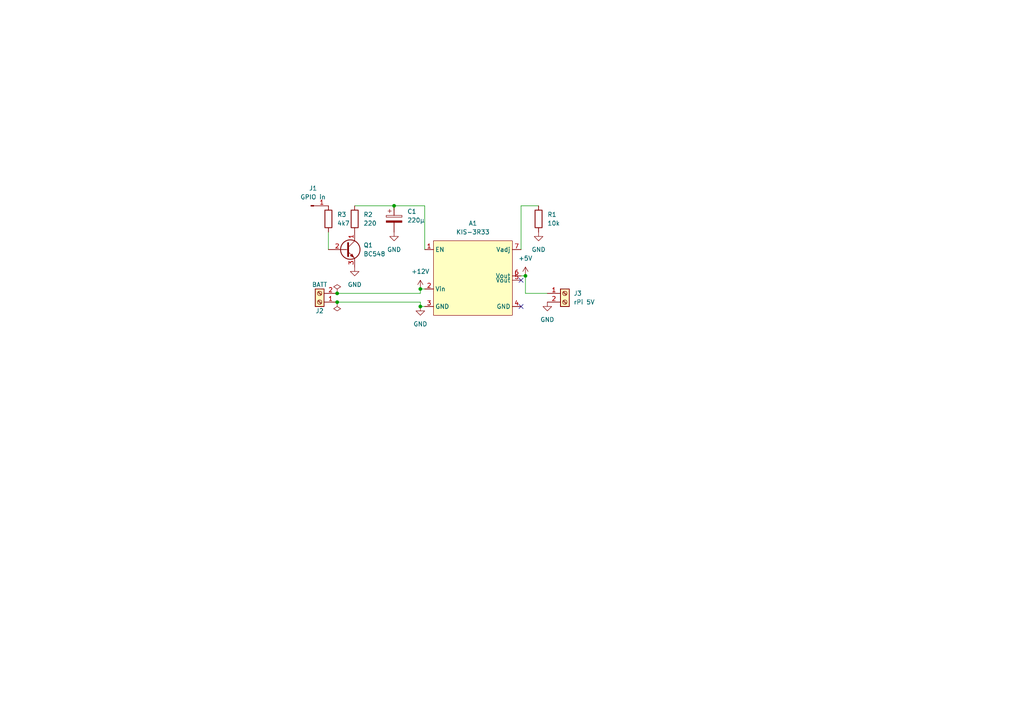
<source format=kicad_sch>
(kicad_sch (version 20211123) (generator eeschema)
  (paper "A4")
  (lib_symbols
    (symbol "Connector:Conn_01x01_Male" (pin_names (offset 1.016) hide)
      (property "Reference" "J" (at 0 2.54 0))
      (property "Value" "Conn_01x01_Male" (at 0 -2.54 0))
      (symbol "Conn_01x01_Male_1_1"
        (polyline (pts (xy 1.27 0) (xy 0.8636 0)) (stroke (width 0.1524)))
        (rectangle (start 0.8636 0.127) (end 0 -0.127) (stroke (width 0.1524)) (fill (type outline)))
        (pin passive line (at 5.08 0 180) (length 3.81) (name "Pin_1") (number "1"))
      )
    )
    (symbol "Connector:Screw_Terminal_01x02" (pin_names (offset 1.016) hide)
      (property "Reference" "J" (at 0 2.54 0))
      (property "Value" "Screw_Terminal_01x02" (at 0 -5.08 0))
      (symbol "Screw_Terminal_01x02_1_1"
        (rectangle (start -1.27 1.27) (end 1.27 -3.81) (stroke (width 0.254)) (fill (type background)))
        (circle (center 0 -2.54) (radius 0.635) (stroke (width 0.1524)))
        (polyline (pts (xy -0.5334 -2.2098) (xy 0.3302 -3.048)) (stroke (width 0.1524)))
        (polyline (pts (xy -0.5334 0.3302) (xy 0.3302 -0.508)) (stroke (width 0.1524)))
        (polyline (pts (xy -0.3556 -2.032) (xy 0.508 -2.8702)) (stroke (width 0.1524)))
        (polyline (pts (xy -0.3556 0.508) (xy 0.508 -0.3302)) (stroke (width 0.1524)))
        (circle (center 0 0) (radius 0.635) (stroke (width 0.1524)))
        (pin passive line (at -5.08 0 0) (length 3.81) (name "Pin_1") (number "1"))
        (pin passive line (at -5.08 -2.54 0) (length 3.81) (name "Pin_2") (number "2"))
      )
    )
    (symbol "Device:C_Polarized" (pin_numbers hide) (pin_names (offset 0.254))
      (property "Reference" "C" (at 0.635 2.54 0))
      (property "Value" "C_Polarized" (at 0.635 -2.54 0))
      (symbol "C_Polarized_0_1"
        (rectangle (start -2.286 0.508) (end 2.286 1.016))
        (polyline (pts (xy -1.778 2.286) (xy -0.762 2.286)))
        (polyline (pts (xy -1.27 2.794) (xy -1.27 1.778)))
        (rectangle (start 2.286 -0.508) (end -2.286 -1.016) (fill (type outline)))
      )
      (symbol "C_Polarized_1_1"
        (pin passive line (at 0 3.81 270) (length 2.794) (name "~") (number "1"))
        (pin passive line (at 0 -3.81 90) (length 2.794) (name "~") (number "2"))
      )
    )
    (symbol "Device:R" (pin_numbers hide) (pin_names (offset 0))
      (property "Reference" "R" (at 2.032 0 90))
      (property "Value" "R" (at 0 0 90))
      (symbol "R_0_1"
        (rectangle (start -1.016 -2.54) (end 1.016 2.54) (stroke (width 0.254)))
      )
      (symbol "R_1_1"
        (pin passive line (at 0 3.81 270) (length 1.27) (name "~") (number "1"))
        (pin passive line (at 0 -3.81 90) (length 1.27) (name "~") (number "2"))
      )
    )
    (symbol "GW_custom:KIS-3R33"
      (property "Reference" "A" (at 0 16.51 0))
      (property "Value" "KIS-3R33" (at 0 13.97 0))
      (symbol "KIS-3R33_0_1"
        (rectangle (start -11.43 11.43) (end 11.43 -10.16) (fill (type background)))
      )
      (symbol "KIS-3R33_1_1"
        (pin input line (at -13.97 8.89 0) (length 2.54) (name "EN") (number "1"))
        (pin power_in line (at -13.97 -2.54 0) (length 2.54) (name "Vin") (number "2"))
        (pin power_in line (at -13.97 -7.62 0) (length 2.54) (name "GND") (number "3"))
        (pin power_out line (at 13.97 -7.62 180) (length 2.54) (name "GND") (number "4"))
        (pin power_out line (at 13.97 0 180) (length 2.54) (name "Vout") (number "5"))
        (pin power_out line (at 13.97 1.27 180) (length 2.54) (name "Vout") (number "6"))
        (pin input line (at 13.97 8.89 180) (length 2.54) (name "Vadj") (number "7"))
      )
    )
    (symbol "Transistor_BJT:BC548" (pin_names (offset 0) hide)
      (property "Reference" "Q" (at 5.08 1.905 0))
      (property "Value" "BC548" (at 5.08 0 0))
      (symbol "BC548_0_1"
        (polyline (pts (xy 0 0) (xy 0.635 0)))
        (polyline (pts (xy 0.635 0.635) (xy 2.54 2.54)))
        (polyline (pts (xy 0.635 -0.635) (xy 2.54 -2.54) (xy 2.54 -2.54)))
        (polyline (pts (xy 0.635 1.905) (xy 0.635 -1.905) (xy 0.635 -1.905)) (stroke (width 0.508)))
        (polyline (pts (xy 1.27 -1.778) (xy 1.778 -1.27) (xy 2.286 -2.286) (xy 1.27 -1.778) (xy 1.27 -1.778)) (fill (type outline)))
        (circle (center 1.27 0) (radius 2.8194) (stroke (width 0.254)))
      )
      (symbol "BC548_1_1"
        (pin passive line (at 2.54 5.08 270) (length 2.54) (name "C") (number "1"))
        (pin input line (at -5.08 0 0) (length 5.08) (name "B") (number "2"))
        (pin passive line (at 2.54 -5.08 90) (length 2.54) (name "E") (number "3"))
      )
    )
    (symbol "power:+12V" (power) (pin_names (offset 0))
      (property "Value" "+12V" (at 0 3.556 0))
      (symbol "+12V_0_1"
        (polyline (pts (xy -0.762 1.27) (xy 0 2.54)))
        (polyline (pts (xy 0 0) (xy 0 2.54)))
        (polyline (pts (xy 0 2.54) (xy 0.762 1.27)))
      )
      (symbol "+12V_1_1"
        (pin power_in line (at 0 0 90) (length 0) hide (name "+12V") (number "1"))
      )
    )
    (symbol "power:+5V" (power) (pin_names (offset 0))
      (property "Value" "+5V" (at 0 3.556 0))
      (symbol "+5V_0_1"
        (polyline (pts (xy -0.762 1.27) (xy 0 2.54)))
        (polyline (pts (xy 0 0) (xy 0 2.54)))
        (polyline (pts (xy 0 2.54) (xy 0.762 1.27)))
      )
      (symbol "+5V_1_1"
        (pin power_in line (at 0 0 90) (length 0) hide (name "+5V") (number "1"))
      )
    )
    (symbol "power:GND" (power) (pin_names (offset 0))
      (property "Value" "GND" (at 0 -3.81 0))
      (symbol "GND_0_1"
        (polyline (pts (xy 0 0) (xy 0 -1.27) (xy 1.27 -1.27) (xy 0 -2.54) (xy -1.27 -1.27) (xy 0 -1.27)))
      )
      (symbol "GND_1_1"
        (pin power_in line (at 0 0 270) (length 0) hide (name "GND") (number "1"))
      )
    )
    (symbol "power:PWR_FLAG" (power) (pin_numbers hide) (pin_names (offset 0) hide)
      (property "Value" "PWR_FLAG" (at 0 3.81 0))
      (symbol "PWR_FLAG_0_0"
        (pin power_out line (at 0 0 90) (length 0) (name "pwr") (number "1"))
      )
      (symbol "PWR_FLAG_0_1"
        (polyline (pts (xy 0 0) (xy 0 1.27) (xy -1.016 1.905) (xy 0 2.54) (xy 1.016 1.905) (xy 0 1.27)))
      )
    )
  )
  (junction (at 97.79 85.09))
  (junction (at 121.92 83.82))
  (junction (at 152.4 80.01))
  (junction (at 121.92 88.9))
  (junction (at 114.3 59.69))
  (junction (at 97.79 87.63))
  (no_connect (at 151.13 81.28))
  (no_connect (at 151.13 88.9))
  (wire (pts (xy 97.79 87.63) (xy 121.92 87.63)))
  (wire (pts (xy 95.25 67.31) (xy 95.25 72.39)))
  (wire (pts (xy 121.92 87.63) (xy 121.92 88.9)))
  (wire (pts (xy 114.3 60.96) (xy 114.3 59.69)))
  (wire (pts (xy 152.4 80.01) (xy 152.4 85.09)))
  (wire (pts (xy 102.87 59.69) (xy 114.3 59.69)))
  (wire (pts (xy 97.79 85.09) (xy 121.92 85.09)))
  (wire (pts (xy 121.92 88.9) (xy 123.19 88.9)))
  (wire (pts (xy 121.92 83.82) (xy 121.92 85.09)))
  (wire (pts (xy 152.4 85.09) (xy 158.75 85.09)))
  (wire (pts (xy 123.19 59.69) (xy 123.19 72.39)))
  (wire (pts (xy 151.13 80.01) (xy 152.4 80.01)))
  (wire (pts (xy 151.13 59.69) (xy 156.21 59.69)))
  (wire (pts (xy 151.13 72.39) (xy 151.13 59.69)))
  (wire (pts (xy 114.3 59.69) (xy 123.19 59.69)))
  (wire (pts (xy 121.92 83.82) (xy 123.19 83.82)))
  (symbol (lib_id "Transistor_BJT:BC548") (at 100.33 72.39 0) (unit 1)
    (property "Reference" "Q1" (at 105.41 71.1199 0) (effects (justify left)))
    (property "Value" "BC548" (at 105.41 73.6599 0) (effects (justify left)))
    (property "Footprint" "Package_TO_SOT_THT:TO-92_HandSolder" (effects hide))
    (property "Datasheet" "https://www.onsemi.com/pub/Collateral/BC550-D.pdf" (effects hide))
  )
  (symbol (lib_id "power:+12V") (at 121.92 83.82 0) (unit 1)
    (property "Reference" "#PWR0103" (effects hide))
    (property "Value" "+12V" (at 121.92 78.74 0))
  )
  (symbol (lib_id "Device:R") (at 95.25 63.5 0) (unit 1)
    (property "Reference" "R3" (at 97.79 62.2299 0) (effects (justify left)))
    (property "Value" "4k7" (at 97.79 64.7699 0) (effects (justify left)))
    (property "Footprint" "Resistor_THT:R_Axial_DIN0207_L6.3mm_D2.5mm_P2.54mm_Vertical" (effects hide))
  )
  (symbol (lib_id "power:PWR_FLAG") (at 97.79 87.63 180) (unit 1)
    (property "Reference" "#FLG0101" (effects hide))
    (property "Value" "PWR_FLAG" (effects hide))
  )
  (symbol (lib_id "power:GND") (at 156.21 67.31 0) (unit 1)
    (property "Reference" "#PWR0105" (effects hide))
    (property "Value" "GND" (at 156.21 72.39 0))
  )
  (symbol (lib_id "Connector:Screw_Terminal_01x02") (at 163.83 85.09 0) (unit 1)
    (property "Reference" "J3" (at 166.37 85.0899 0) (effects (justify left)))
    (property "Value" "rPi 5V" (at 166.37 87.6299 0) (effects (justify left)))
    (property "Footprint" "TerminalBlock:TerminalBlock_bornier-2_P5.08mm" (effects hide))
  )
  (symbol (lib_id "power:GND") (at 158.75 87.63 0) (unit 1)
    (property "Reference" "#PWR0107" (effects hide))
    (property "Value" "GND" (at 158.75 92.71 0))
  )
  (symbol (lib_id "power:+5V") (at 152.4 80.01 0) (unit 1)
    (property "Reference" "#PWR0106" (effects hide))
    (property "Value" "+5V" (at 152.4 74.93 0))
  )
  (symbol (lib_id "power:GND") (at 114.3 67.31 0) (unit 1)
    (property "Reference" "#PWR0102" (effects hide))
    (property "Value" "GND" (at 114.3 72.39 0))
  )
  (symbol (lib_id "Connector:Screw_Terminal_01x02") (at 92.71 87.63 180) (unit 1)
    (property "Reference" "J2" (at 92.71 90.17 0))
    (property "Value" "BATT" (at 92.71 82.55 0))
    (property "Footprint" "TerminalBlock:TerminalBlock_bornier-2_P5.08mm" (effects hide))
  )
  (symbol (lib_id "Device:C_Polarized") (at 114.3 63.5 0) (unit 1)
    (property "Reference" "C1" (at 118.11 61.3409 0) (effects (justify left)))
    (property "Value" "220µ" (at 118.11 63.8809 0) (effects (justify left)))
    (property "Footprint" "Capacitor_THT:CP_Radial_D8.0mm_P5.00mm" (effects hide))
  )
  (symbol (lib_id "power:GND") (at 102.87 77.47 0) (unit 1)
    (property "Reference" "#PWR0101" (effects hide))
    (property "Value" "GND" (at 102.87 82.55 0))
  )
  (symbol (lib_id "Connector:Conn_01x01_Male") (at 90.17 59.69 0) (unit 1)
    (property "Reference" "J1" (at 90.805 54.61 0))
    (property "Value" "GPIO in" (at 90.805 57.15 0))
    (property "Footprint" "Connector_PinHeader_1.00mm:PinHeader_1x01_P1.00mm_Vertical" (effects hide))
  )
  (symbol (lib_id "power:GND") (at 121.92 88.9 0) (unit 1)
    (property "Reference" "#PWR0104" (effects hide))
    (property "Value" "GND" (at 121.92 93.98 0))
  )
  (symbol (lib_id "Device:R") (at 102.87 63.5 0) (unit 1)
    (property "Reference" "R2" (at 105.41 62.2299 0) (effects (justify left)))
    (property "Value" "220" (at 105.41 64.7699 0) (effects (justify left)))
    (property "Footprint" "Resistor_THT:R_Axial_DIN0207_L6.3mm_D2.5mm_P2.54mm_Vertical" (effects hide))
  )
  (symbol (lib_id "power:PWR_FLAG") (at 97.79 85.09 0) (unit 1)
    (property "Reference" "#FLG0102" (effects hide))
    (property "Value" "PWR_FLAG" (effects hide))
  )
  (symbol (lib_id "GW_custom:KIS-3R33") (at 137.16 81.28 0) (unit 1)
    (property "Reference" "A1" (at 137.16 64.77 0))
    (property "Value" "KIS-3R33" (at 137.16 67.31 0))
    (property "Footprint" "Module:KIS-3R33S package" (effects hide))
  )
  (symbol (lib_id "Device:R") (at 156.21 63.5 0) (unit 1)
    (property "Reference" "R1" (at 158.75 62.2299 0) (effects (justify left)))
    (property "Value" "10k" (at 158.75 64.7699 0) (effects (justify left)))
    (property "Footprint" "Resistor_THT:R_Axial_DIN0207_L6.3mm_D2.5mm_P2.54mm_Vertical" (effects hide))
  )
)
</source>
